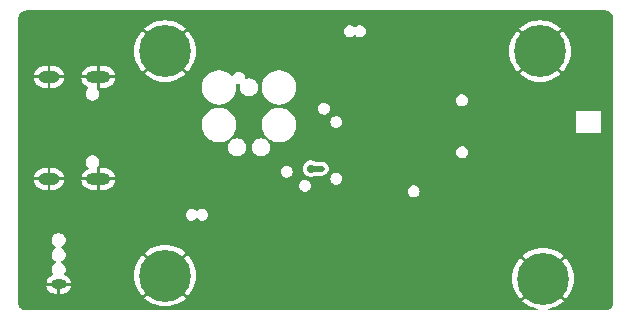
<source format=gbr>
%TF.GenerationSoftware,KiCad,Pcbnew,8.0.2*%
%TF.CreationDate,2024-11-05T19:48:56-03:00*%
%TF.ProjectId,BluetoothBoardSTM32,426c7565-746f-46f7-9468-426f61726453,rev?*%
%TF.SameCoordinates,PX2e0e41fPY5a51da2*%
%TF.FileFunction,Copper,L3,Inr*%
%TF.FilePolarity,Positive*%
%FSLAX46Y46*%
G04 Gerber Fmt 4.6, Leading zero omitted, Abs format (unit mm)*
G04 Created by KiCad (PCBNEW 8.0.2) date 2024-11-05 19:48:56*
%MOMM*%
%LPD*%
G01*
G04 APERTURE LIST*
%TA.AperFunction,ComponentPad*%
%ADD10C,4.400000*%
%TD*%
%TA.AperFunction,ComponentPad*%
%ADD11O,1.300000X0.800000*%
%TD*%
%TA.AperFunction,ComponentPad*%
%ADD12O,2.100000X1.000000*%
%TD*%
%TA.AperFunction,ComponentPad*%
%ADD13O,1.800000X1.000000*%
%TD*%
%TA.AperFunction,ViaPad*%
%ADD14C,0.900000*%
%TD*%
%TA.AperFunction,ViaPad*%
%ADD15C,0.700000*%
%TD*%
%TA.AperFunction,Conductor*%
%ADD16C,0.500000*%
%TD*%
G04 APERTURE END LIST*
D10*
%TO.N,GND*%
%TO.C,H2*%
X12457105Y2957106D03*
%TD*%
%TO.N,GND*%
%TO.C,H3*%
X44207105Y21957106D03*
%TD*%
%TO.N,GND*%
%TO.C,H4*%
X44457105Y2707106D03*
%TD*%
D11*
%TO.N,GND*%
%TO.C,J2*%
X3457105Y2207106D03*
%TD*%
D12*
%TO.N,GND*%
%TO.C,J4*%
X6812105Y19777106D03*
D13*
X2632105Y19777106D03*
D12*
X6812105Y11137106D03*
D13*
X2632105Y11137106D03*
%TD*%
D10*
%TO.N,GND*%
%TO.C,H1*%
X12457105Y21957106D03*
%TD*%
D14*
%TO.N,GND*%
X41707105Y24707106D03*
D15*
X47307105Y18707106D03*
X8807105Y12207106D03*
X25207105Y7077106D03*
X22007105Y5127106D03*
D14*
X43707105Y10707106D03*
D15*
X30457105Y13507106D03*
D14*
X707105Y18707106D03*
X49707105Y7707106D03*
D15*
X47107105Y13207106D03*
X9457105Y16557106D03*
X33957105Y14707106D03*
X39957105Y11477106D03*
D14*
X15707105Y707106D03*
D15*
X3137105Y21707106D03*
D14*
X707105Y21707106D03*
D15*
X48407105Y18707106D03*
D14*
X6707105Y21707106D03*
D15*
X48307105Y13207106D03*
D14*
X49707105Y4707106D03*
X38707105Y24707106D03*
X707105Y15707106D03*
D15*
X37492105Y16807106D03*
D14*
X18707105Y707106D03*
X43707105Y7707106D03*
X707105Y1707106D03*
D15*
X24307105Y9407106D03*
X32957105Y16207106D03*
D14*
X3707105Y15707106D03*
X39707105Y707106D03*
X35707105Y24707106D03*
D15*
X10407105Y13507106D03*
D14*
X9707105Y24707106D03*
D15*
X33957105Y12707106D03*
D14*
X39706870Y3672702D03*
D15*
X31007105Y8907106D03*
X34057105Y19407106D03*
D14*
X46707105Y7707106D03*
D15*
X26957105Y13707106D03*
D14*
X30707105Y707106D03*
D15*
X27007105Y20707106D03*
D14*
X707105Y8707106D03*
X6707105Y24707106D03*
D15*
X29457105Y14707106D03*
X8807105Y18607106D03*
D14*
X20707105Y10007106D03*
X707105Y4707106D03*
D15*
X25757105Y22957106D03*
X36007105Y19992106D03*
D14*
X3707105Y24707106D03*
X32707105Y24707106D03*
X24707105Y707106D03*
X15707105Y24707106D03*
D15*
X17407105Y13907106D03*
D14*
X33707105Y707106D03*
D15*
X25757105Y21957106D03*
X41727105Y14957106D03*
X14707105Y11807106D03*
X24907105Y18507106D03*
X33957105Y16957106D03*
X27222105Y9707106D03*
X38727105Y14957106D03*
D14*
X707105Y12707106D03*
D15*
X32957105Y13457106D03*
X3237105Y9007106D03*
X20807105Y5167106D03*
D14*
X7707105Y707106D03*
D15*
X33707105Y7622106D03*
D14*
X24707105Y24707106D03*
D15*
X25707105Y13707106D03*
X29457105Y16957106D03*
X31707105Y16957106D03*
X49507105Y18707106D03*
X10407105Y12607106D03*
X39307105Y21007106D03*
D14*
X3707105Y12707106D03*
X46707105Y10707106D03*
D15*
X49507105Y13207106D03*
X15607105Y11807106D03*
D14*
X18707105Y24707106D03*
X49707105Y10707106D03*
X36707105Y707106D03*
D15*
X27107105Y19707106D03*
X30457105Y16207106D03*
D14*
X36707105Y3707106D03*
X27707105Y707106D03*
X39707105Y6707106D03*
D15*
X29457105Y12707106D03*
D14*
X21707105Y24707106D03*
D15*
X36457105Y13437106D03*
X43307105Y16907106D03*
X33057105Y19407106D03*
X24307105Y8507106D03*
X31707105Y12457106D03*
D14*
X21707105Y707106D03*
D15*
X43307105Y15007106D03*
%TO.N,+3.3V*%
X24807105Y12007106D03*
%TD*%
D16*
%TO.N,+3.3V*%
X24807105Y12007106D02*
X25707105Y12007106D01*
%TD*%
%TA.AperFunction,Conductor*%
%TO.N,GND*%
G36*
X49710719Y25406250D02*
G01*
X49836322Y25393879D01*
X49850540Y25391051D01*
X49967822Y25355475D01*
X49981217Y25349926D01*
X50089298Y25292155D01*
X50101359Y25284096D01*
X50196091Y25206351D01*
X50206349Y25196093D01*
X50284094Y25101361D01*
X50292153Y25089300D01*
X50349922Y24981223D01*
X50355474Y24967820D01*
X50391048Y24850547D01*
X50393878Y24836320D01*
X50406249Y24710722D01*
X50406605Y24703468D01*
X50406605Y710745D01*
X50406249Y703491D01*
X50393878Y577893D01*
X50391048Y563666D01*
X50355474Y446393D01*
X50349922Y432990D01*
X50292153Y324913D01*
X50284094Y312852D01*
X50206349Y218120D01*
X50196091Y207862D01*
X50101359Y130117D01*
X50089298Y122058D01*
X49981221Y64289D01*
X49967818Y58737D01*
X49850545Y23163D01*
X49836318Y20333D01*
X49726523Y9519D01*
X49710718Y7962D01*
X49703466Y7606D01*
X44964751Y7606D01*
X44912425Y29280D01*
X44890751Y81606D01*
X44912425Y133932D01*
X44951412Y154394D01*
X45080468Y178045D01*
X45380761Y271621D01*
X45667588Y400711D01*
X45667597Y400716D01*
X45936773Y563438D01*
X46184375Y757422D01*
X46207194Y780240D01*
X45142230Y1845204D01*
X45173707Y1868073D01*
X45296138Y1990504D01*
X45319007Y2021981D01*
X46383971Y957017D01*
X46406789Y979836D01*
X46600773Y1227438D01*
X46763495Y1496614D01*
X46763500Y1496623D01*
X46892590Y1783450D01*
X46986166Y2083743D01*
X47042865Y2393140D01*
X47061856Y2707106D01*
X47042865Y3021073D01*
X46986166Y3330470D01*
X46892590Y3630763D01*
X46763500Y3917590D01*
X46763495Y3917599D01*
X46600773Y4186775D01*
X46406789Y4434377D01*
X46383971Y4457195D01*
X45319007Y3392232D01*
X45296138Y3423708D01*
X45173707Y3546139D01*
X45142230Y3569009D01*
X46207194Y4633972D01*
X46184375Y4656791D01*
X45936773Y4850775D01*
X45667597Y5013497D01*
X45667588Y5013502D01*
X45380761Y5142592D01*
X45080468Y5236168D01*
X44771071Y5292867D01*
X44457105Y5311858D01*
X44143138Y5292867D01*
X43833741Y5236168D01*
X43533448Y5142592D01*
X43246621Y5013502D01*
X43246612Y5013497D01*
X42977436Y4850775D01*
X42729834Y4656791D01*
X42707016Y4633972D01*
X43771979Y3569009D01*
X43740503Y3546139D01*
X43618072Y3423708D01*
X43595202Y3392232D01*
X42530239Y4457195D01*
X42507420Y4434377D01*
X42313436Y4186775D01*
X42150714Y3917599D01*
X42150709Y3917590D01*
X42021619Y3630763D01*
X41928043Y3330470D01*
X41871344Y3021073D01*
X41852353Y2707106D01*
X41871344Y2393140D01*
X41928043Y2083743D01*
X42021619Y1783450D01*
X42150709Y1496623D01*
X42150714Y1496614D01*
X42313436Y1227438D01*
X42507420Y979836D01*
X42530239Y957017D01*
X43595202Y2021981D01*
X43618072Y1990504D01*
X43740503Y1868073D01*
X43771979Y1845204D01*
X42707016Y780240D01*
X42729834Y757422D01*
X42977436Y563438D01*
X43246612Y400716D01*
X43246621Y400711D01*
X43533448Y271621D01*
X43833741Y178045D01*
X43962798Y154394D01*
X44010360Y123643D01*
X44022247Y68267D01*
X43991496Y20705D01*
X43949459Y7606D01*
X760671Y7606D01*
X760659Y7607D01*
X754700Y7607D01*
X710744Y7607D01*
X703491Y7963D01*
X682441Y10037D01*
X577892Y20334D01*
X563665Y23164D01*
X446391Y58738D01*
X432988Y64290D01*
X324911Y122059D01*
X312850Y130118D01*
X218119Y207862D01*
X207861Y218120D01*
X130116Y312852D01*
X122057Y324913D01*
X81539Y400716D01*
X64286Y432994D01*
X58736Y446393D01*
X23161Y563671D01*
X20333Y577889D01*
X7963Y703481D01*
X7607Y710734D01*
X7607Y759842D01*
X7605Y759872D01*
X7605Y2332107D01*
X2416295Y2332107D01*
X2416296Y2332106D01*
X3238283Y2332106D01*
X3207105Y2256834D01*
X3207105Y2157378D01*
X3238283Y2082106D01*
X2416295Y2082106D01*
X2437846Y1973762D01*
X2437848Y1973755D01*
X2498152Y1828168D01*
X2585703Y1697137D01*
X2697135Y1585705D01*
X2828166Y1498154D01*
X2973753Y1437850D01*
X2973760Y1437848D01*
X3128313Y1407106D01*
X3332105Y1407106D01*
X3332105Y1988285D01*
X3407377Y1957106D01*
X3506833Y1957106D01*
X3582105Y1988285D01*
X3582105Y1407106D01*
X3785897Y1407106D01*
X3940449Y1437848D01*
X3940456Y1437850D01*
X4086043Y1498154D01*
X4217074Y1585705D01*
X4217076Y1585706D01*
X4328505Y1697135D01*
X4328506Y1697137D01*
X4416057Y1828168D01*
X4476361Y1973755D01*
X4476363Y1973762D01*
X4497914Y2082106D01*
X3675927Y2082106D01*
X3707105Y2157378D01*
X3707105Y2256834D01*
X3675927Y2332106D01*
X4497914Y2332106D01*
X4497914Y2332107D01*
X4476363Y2440451D01*
X4476361Y2440458D01*
X4416057Y2586045D01*
X4328506Y2717076D01*
X4217074Y2828508D01*
X4086043Y2916059D01*
X3986946Y2957106D01*
X9852353Y2957106D01*
X9871344Y2643140D01*
X9928043Y2333743D01*
X10021619Y2033450D01*
X10150709Y1746623D01*
X10150714Y1746614D01*
X10313436Y1477438D01*
X10507420Y1229836D01*
X10530239Y1207017D01*
X11595202Y2271981D01*
X11618072Y2240504D01*
X11740503Y2118073D01*
X11771979Y2095204D01*
X10707016Y1030240D01*
X10729834Y1007422D01*
X10977436Y813438D01*
X11246612Y650716D01*
X11246621Y650711D01*
X11533448Y521621D01*
X11833741Y428045D01*
X12143138Y371346D01*
X12457105Y352355D01*
X12771071Y371346D01*
X13080468Y428045D01*
X13380761Y521621D01*
X13667588Y650711D01*
X13667597Y650716D01*
X13936773Y813438D01*
X14184375Y1007422D01*
X14207194Y1030240D01*
X13142230Y2095204D01*
X13173707Y2118073D01*
X13296138Y2240504D01*
X13319007Y2271981D01*
X14383971Y1207017D01*
X14406789Y1229836D01*
X14600773Y1477438D01*
X14763495Y1746614D01*
X14763500Y1746623D01*
X14892590Y2033450D01*
X14986166Y2333743D01*
X15042865Y2643140D01*
X15061856Y2957106D01*
X15042865Y3271073D01*
X14986166Y3580470D01*
X14892590Y3880763D01*
X14763500Y4167590D01*
X14763495Y4167599D01*
X14600773Y4436775D01*
X14406789Y4684377D01*
X14383971Y4707195D01*
X13319007Y3642232D01*
X13296138Y3673708D01*
X13173707Y3796139D01*
X13142230Y3819009D01*
X14207194Y4883972D01*
X14184375Y4906791D01*
X13936773Y5100775D01*
X13667597Y5263497D01*
X13667588Y5263502D01*
X13380761Y5392592D01*
X13080468Y5486168D01*
X12771071Y5542867D01*
X12457105Y5561858D01*
X12143138Y5542867D01*
X11833741Y5486168D01*
X11533448Y5392592D01*
X11246621Y5263502D01*
X11246612Y5263497D01*
X10977436Y5100775D01*
X10729834Y4906791D01*
X10707016Y4883972D01*
X11771979Y3819009D01*
X11740503Y3796139D01*
X11618072Y3673708D01*
X11595202Y3642232D01*
X10530239Y4707195D01*
X10507420Y4684377D01*
X10313436Y4436775D01*
X10150714Y4167599D01*
X10150709Y4167590D01*
X10021619Y3880763D01*
X9928043Y3580470D01*
X9871344Y3271073D01*
X9852353Y2957106D01*
X3986946Y2957106D01*
X3961556Y2967623D01*
X3921508Y3007672D01*
X3921508Y3064309D01*
X3934910Y3084364D01*
X3934674Y3084545D01*
X3937447Y3088159D01*
X3937554Y3088320D01*
X3937625Y3088390D01*
X4016682Y3225322D01*
X4057604Y3378047D01*
X4057605Y3378047D01*
X4057605Y3536165D01*
X4057604Y3536166D01*
X4027662Y3647910D01*
X4016682Y3688890D01*
X3937625Y3825822D01*
X3825821Y3937626D01*
X3688889Y4016683D01*
X3688886Y4016684D01*
X3686572Y4018020D01*
X3652094Y4062953D01*
X3659486Y4119106D01*
X3686572Y4146192D01*
X3688886Y4147529D01*
X3688889Y4147529D01*
X3825821Y4226586D01*
X3937625Y4338390D01*
X4016682Y4475322D01*
X4057604Y4628047D01*
X4057605Y4628047D01*
X4057605Y4786165D01*
X4057604Y4786166D01*
X4016683Y4938886D01*
X4016682Y4938890D01*
X3937625Y5075822D01*
X3825821Y5187626D01*
X3688889Y5266683D01*
X3688886Y5266684D01*
X3686572Y5268020D01*
X3652094Y5312953D01*
X3659486Y5369106D01*
X3686572Y5396192D01*
X3688886Y5397529D01*
X3688889Y5397529D01*
X3825821Y5476586D01*
X3937625Y5588390D01*
X4016682Y5725322D01*
X4057604Y5878047D01*
X4057605Y5878047D01*
X4057605Y6036165D01*
X4057604Y6036166D01*
X4016683Y6188886D01*
X4016682Y6188890D01*
X3937625Y6325822D01*
X3825821Y6437626D01*
X3688889Y6516683D01*
X3688886Y6516684D01*
X3688884Y6516685D01*
X3536164Y6557606D01*
X3536162Y6557606D01*
X3378048Y6557606D01*
X3378046Y6557606D01*
X3225325Y6516685D01*
X3225319Y6516682D01*
X3088388Y6437626D01*
X2976585Y6325823D01*
X2897529Y6188892D01*
X2897526Y6188886D01*
X2856605Y6036166D01*
X2856605Y5878047D01*
X2897526Y5725327D01*
X2897527Y5725325D01*
X2897528Y5725322D01*
X2976585Y5588390D01*
X3088389Y5476586D01*
X3225321Y5397529D01*
X3227637Y5396192D01*
X3262115Y5351259D01*
X3254723Y5295106D01*
X3227637Y5268020D01*
X3088388Y5187626D01*
X2976585Y5075823D01*
X2897529Y4938892D01*
X2897526Y4938886D01*
X2856605Y4786166D01*
X2856605Y4628047D01*
X2897526Y4475327D01*
X2897527Y4475325D01*
X2897528Y4475322D01*
X2976585Y4338390D01*
X3088389Y4226586D01*
X3190574Y4167590D01*
X3227637Y4146192D01*
X3262115Y4101259D01*
X3254723Y4045106D01*
X3227637Y4018020D01*
X3088388Y3937626D01*
X2976585Y3825823D01*
X2897529Y3688892D01*
X2897526Y3688886D01*
X2856605Y3536166D01*
X2856605Y3378047D01*
X2897526Y3225327D01*
X2897527Y3225325D01*
X2897528Y3225322D01*
X2950320Y3133883D01*
X2976585Y3088390D01*
X2976659Y3088316D01*
X2976679Y3088267D01*
X2979538Y3084541D01*
X2978539Y3083776D01*
X2998333Y3035990D01*
X2976659Y2983664D01*
X2952652Y2967623D01*
X2828166Y2916059D01*
X2697135Y2828508D01*
X2697134Y2828506D01*
X2585705Y2717077D01*
X2585703Y2717076D01*
X2498152Y2586045D01*
X2437848Y2440458D01*
X2437846Y2440451D01*
X2416295Y2332107D01*
X7605Y2332107D01*
X7605Y8107106D01*
X14201458Y8107106D01*
X14221939Y7964652D01*
X14281728Y7833733D01*
X14375973Y7724967D01*
X14375974Y7724966D01*
X14375977Y7724963D01*
X14497052Y7647153D01*
X14603508Y7615895D01*
X14635140Y7606607D01*
X14635142Y7606606D01*
X14635144Y7606606D01*
X14779068Y7606606D01*
X14779069Y7606607D01*
X14917158Y7647153D01*
X15038233Y7724963D01*
X15101180Y7797609D01*
X15151826Y7822959D01*
X15205565Y7805074D01*
X15213025Y7797614D01*
X15275977Y7724963D01*
X15397052Y7647153D01*
X15503508Y7615895D01*
X15535140Y7606607D01*
X15535142Y7606606D01*
X15535144Y7606606D01*
X15679068Y7606606D01*
X15679069Y7606607D01*
X15817158Y7647153D01*
X15938233Y7724963D01*
X16032482Y7833733D01*
X16092270Y7964649D01*
X16112752Y8107106D01*
X16092270Y8249563D01*
X16032482Y8380479D01*
X15938233Y8489249D01*
X15881287Y8525846D01*
X15817159Y8567059D01*
X15817155Y8567060D01*
X15679069Y8607606D01*
X15679066Y8607606D01*
X15535144Y8607606D01*
X15535141Y8607606D01*
X15397054Y8567060D01*
X15397050Y8567059D01*
X15275980Y8489251D01*
X15275977Y8489249D01*
X15213029Y8416604D01*
X15162384Y8391253D01*
X15108645Y8409138D01*
X15101184Y8416599D01*
X15038233Y8489249D01*
X14981287Y8525846D01*
X14917159Y8567059D01*
X14917155Y8567060D01*
X14779069Y8607606D01*
X14779066Y8607606D01*
X14635144Y8607606D01*
X14635141Y8607606D01*
X14497054Y8567060D01*
X14497050Y8567059D01*
X14375980Y8489251D01*
X14375973Y8489246D01*
X14281728Y8380480D01*
X14221939Y8249561D01*
X14201458Y8107106D01*
X7605Y8107106D01*
X7605Y11262107D01*
X1339336Y11262107D01*
X1339337Y11262106D01*
X1957863Y11262106D01*
X1952549Y11252902D01*
X1932105Y11176602D01*
X1932105Y11097610D01*
X1952549Y11021310D01*
X1957863Y11012106D01*
X1339336Y11012106D01*
X1366689Y10874593D01*
X1366692Y10874582D01*
X1434532Y10710801D01*
X1533028Y10563390D01*
X1658388Y10438030D01*
X1805800Y10339534D01*
X1805799Y10339534D01*
X1969580Y10271694D01*
X1969591Y10271691D01*
X2143464Y10237106D01*
X2507105Y10237106D01*
X2507105Y10837106D01*
X2757105Y10837106D01*
X2757105Y10237106D01*
X3120746Y10237106D01*
X3294618Y10271691D01*
X3294629Y10271694D01*
X3458410Y10339534D01*
X3605821Y10438030D01*
X3605823Y10438031D01*
X3731180Y10563388D01*
X3731181Y10563390D01*
X3829677Y10710801D01*
X3897517Y10874582D01*
X3897520Y10874593D01*
X3924873Y11012106D01*
X3306347Y11012106D01*
X3311661Y11021310D01*
X3332105Y11097610D01*
X3332105Y11176602D01*
X3311661Y11252902D01*
X3306347Y11262106D01*
X3924873Y11262106D01*
X3924873Y11262107D01*
X5369336Y11262107D01*
X5369337Y11262106D01*
X5987863Y11262106D01*
X5982549Y11252902D01*
X5962105Y11176602D01*
X5962105Y11097610D01*
X5982549Y11021310D01*
X5987863Y11012106D01*
X5369336Y11012106D01*
X5396689Y10874593D01*
X5396692Y10874582D01*
X5464532Y10710801D01*
X5563028Y10563390D01*
X5688388Y10438030D01*
X5835800Y10339534D01*
X5835799Y10339534D01*
X5999580Y10271694D01*
X5999591Y10271691D01*
X6173464Y10237106D01*
X6687105Y10237106D01*
X6687105Y10837106D01*
X6937105Y10837106D01*
X6937105Y10237106D01*
X7450746Y10237106D01*
X7624618Y10271691D01*
X7624629Y10271694D01*
X7788410Y10339534D01*
X7935821Y10438030D01*
X7935823Y10438031D01*
X8054898Y10557106D01*
X23801458Y10557106D01*
X23821939Y10414652D01*
X23821939Y10414651D01*
X23821940Y10414649D01*
X23856244Y10339534D01*
X23881728Y10283733D01*
X23975973Y10174967D01*
X23975974Y10174966D01*
X23975977Y10174963D01*
X24097052Y10097153D01*
X24203508Y10065895D01*
X24235140Y10056607D01*
X24235142Y10056606D01*
X24235144Y10056606D01*
X24379068Y10056606D01*
X24379069Y10056607D01*
X24465912Y10082106D01*
X33001458Y10082106D01*
X33021939Y9939652D01*
X33081728Y9808733D01*
X33175973Y9699967D01*
X33175974Y9699966D01*
X33175977Y9699963D01*
X33297052Y9622153D01*
X33403508Y9590895D01*
X33435140Y9581607D01*
X33435142Y9581606D01*
X33435144Y9581606D01*
X33579068Y9581606D01*
X33579069Y9581607D01*
X33717158Y9622153D01*
X33838233Y9699963D01*
X33932482Y9808733D01*
X33992270Y9939649D01*
X34012752Y10082106D01*
X33992270Y10224563D01*
X33932482Y10355479D01*
X33838233Y10464249D01*
X33781287Y10500846D01*
X33717159Y10542059D01*
X33717155Y10542060D01*
X33579069Y10582606D01*
X33579066Y10582606D01*
X33435144Y10582606D01*
X33435141Y10582606D01*
X33297054Y10542060D01*
X33297050Y10542059D01*
X33175980Y10464251D01*
X33175973Y10464246D01*
X33081728Y10355480D01*
X33021939Y10224561D01*
X33001458Y10082106D01*
X24465912Y10082106D01*
X24517158Y10097153D01*
X24638233Y10174963D01*
X24732482Y10283733D01*
X24792270Y10414649D01*
X24812752Y10557106D01*
X24792270Y10699563D01*
X24732482Y10830479D01*
X24638233Y10939249D01*
X24581287Y10975846D01*
X24517159Y11017059D01*
X24517155Y11017060D01*
X24379069Y11057606D01*
X24379066Y11057606D01*
X24235144Y11057606D01*
X24235141Y11057606D01*
X24097054Y11017060D01*
X24097050Y11017059D01*
X23975980Y10939251D01*
X23975973Y10939246D01*
X23881728Y10830480D01*
X23821939Y10699561D01*
X23801458Y10557106D01*
X8054898Y10557106D01*
X8061180Y10563388D01*
X8061181Y10563390D01*
X8159677Y10710801D01*
X8227517Y10874582D01*
X8227520Y10874593D01*
X8254873Y11012106D01*
X7636347Y11012106D01*
X7641661Y11021310D01*
X7662105Y11097610D01*
X7662105Y11157106D01*
X26451458Y11157106D01*
X26471939Y11014652D01*
X26471939Y11014651D01*
X26471940Y11014649D01*
X26506376Y10939246D01*
X26531728Y10883733D01*
X26625973Y10774967D01*
X26625974Y10774966D01*
X26625977Y10774963D01*
X26747052Y10697153D01*
X26853508Y10665895D01*
X26885140Y10656607D01*
X26885142Y10656606D01*
X26885144Y10656606D01*
X27029068Y10656606D01*
X27029069Y10656607D01*
X27167158Y10697153D01*
X27288233Y10774963D01*
X27382482Y10883733D01*
X27442270Y11014649D01*
X27462752Y11157106D01*
X27442270Y11299563D01*
X27382482Y11430479D01*
X27336338Y11483733D01*
X27288236Y11539246D01*
X27288234Y11539247D01*
X27288233Y11539249D01*
X27231287Y11575846D01*
X27167159Y11617059D01*
X27167155Y11617060D01*
X27029069Y11657606D01*
X27029066Y11657606D01*
X26885144Y11657606D01*
X26885141Y11657606D01*
X26747054Y11617060D01*
X26747050Y11617059D01*
X26625980Y11539251D01*
X26625973Y11539246D01*
X26531728Y11430480D01*
X26471939Y11299561D01*
X26451458Y11157106D01*
X7662105Y11157106D01*
X7662105Y11176602D01*
X7641661Y11252902D01*
X7636347Y11262106D01*
X8254873Y11262106D01*
X8254873Y11262107D01*
X8227520Y11399620D01*
X8227517Y11399631D01*
X8159677Y11563412D01*
X8061181Y11710823D01*
X8014898Y11757106D01*
X22251458Y11757106D01*
X22271939Y11614652D01*
X22271939Y11614651D01*
X22271940Y11614649D01*
X22331728Y11483733D01*
X22425973Y11374967D01*
X22425974Y11374966D01*
X22425977Y11374963D01*
X22547052Y11297153D01*
X22653508Y11265895D01*
X22685140Y11256607D01*
X22685142Y11256606D01*
X22685144Y11256606D01*
X22829068Y11256606D01*
X22829069Y11256607D01*
X22847797Y11262106D01*
X22967158Y11297153D01*
X23088233Y11374963D01*
X23182482Y11483733D01*
X23242270Y11614649D01*
X23262752Y11757106D01*
X23242270Y11899563D01*
X23193154Y12007110D01*
X24101460Y12007110D01*
X24101460Y12007103D01*
X24121964Y11838235D01*
X24182286Y11679177D01*
X24278921Y11539178D01*
X24394136Y11437106D01*
X24406253Y11426372D01*
X24556880Y11347316D01*
X24722049Y11306606D01*
X24722053Y11306606D01*
X24892157Y11306606D01*
X24892161Y11306606D01*
X25057330Y11347316D01*
X25154147Y11398131D01*
X25188536Y11406606D01*
X25786164Y11406606D01*
X25786164Y11406607D01*
X25938889Y11447529D01*
X26075821Y11526586D01*
X26187625Y11638390D01*
X26266682Y11775322D01*
X26307604Y11928047D01*
X26307605Y11928047D01*
X26307605Y12086165D01*
X26307604Y12086166D01*
X26272531Y12217059D01*
X26266682Y12238890D01*
X26187625Y12375822D01*
X26075821Y12487626D01*
X25938889Y12566683D01*
X25938886Y12566684D01*
X25938884Y12566685D01*
X25786164Y12607606D01*
X25786162Y12607606D01*
X25188536Y12607606D01*
X25154147Y12616082D01*
X25057330Y12666896D01*
X24932872Y12697572D01*
X24892162Y12707606D01*
X24892161Y12707606D01*
X24722049Y12707606D01*
X24722046Y12707606D01*
X24556882Y12666897D01*
X24406251Y12587839D01*
X24406248Y12587837D01*
X24278921Y12475035D01*
X24182286Y12335036D01*
X24121964Y12175978D01*
X24101460Y12007110D01*
X23193154Y12007110D01*
X23182482Y12030479D01*
X23088233Y12139249D01*
X23031081Y12175978D01*
X22967159Y12217059D01*
X22967155Y12217060D01*
X22829069Y12257606D01*
X22829066Y12257606D01*
X22685144Y12257606D01*
X22685141Y12257606D01*
X22547054Y12217060D01*
X22547050Y12217059D01*
X22425980Y12139251D01*
X22425973Y12139246D01*
X22331728Y12030480D01*
X22271939Y11899561D01*
X22251458Y11757106D01*
X8014898Y11757106D01*
X7935821Y11836183D01*
X7788409Y11934679D01*
X7788410Y11934679D01*
X7624629Y12002519D01*
X7624618Y12002522D01*
X7450746Y12037106D01*
X6937105Y12037106D01*
X6937105Y11437106D01*
X6687105Y11437106D01*
X6687105Y12056674D01*
X6679267Y12075596D01*
X6700940Y12127921D01*
X6780621Y12207601D01*
X6857704Y12341112D01*
X6897604Y12490021D01*
X6897605Y12490021D01*
X6897605Y12644191D01*
X6897604Y12644192D01*
X6891520Y12666896D01*
X6857704Y12793100D01*
X6792171Y12906606D01*
X6780623Y12926608D01*
X6780622Y12926609D01*
X6780621Y12926611D01*
X6671610Y13035622D01*
X6671607Y13035624D01*
X6671606Y13035625D01*
X6538100Y13112705D01*
X6538095Y13112707D01*
X6389190Y13152606D01*
X6389188Y13152606D01*
X6235022Y13152606D01*
X6235020Y13152606D01*
X6086114Y13112707D01*
X6086109Y13112705D01*
X5952603Y13035625D01*
X5843586Y12926608D01*
X5766506Y12793102D01*
X5766504Y12793097D01*
X5726605Y12644192D01*
X5726605Y12490021D01*
X5766504Y12341116D01*
X5766506Y12341111D01*
X5843586Y12207605D01*
X5843587Y12207604D01*
X5843589Y12207601D01*
X5952600Y12098590D01*
X5952602Y12098589D01*
X5955982Y12095209D01*
X5977656Y12042883D01*
X5955982Y11990557D01*
X5931975Y11974516D01*
X5835798Y11934678D01*
X5688388Y11836183D01*
X5688387Y11836181D01*
X5563030Y11710824D01*
X5563028Y11710823D01*
X5464532Y11563412D01*
X5396692Y11399631D01*
X5396689Y11399620D01*
X5369336Y11262107D01*
X3924873Y11262107D01*
X3897520Y11399620D01*
X3897517Y11399631D01*
X3829677Y11563412D01*
X3731181Y11710823D01*
X3605821Y11836183D01*
X3458409Y11934679D01*
X3458410Y11934679D01*
X3294629Y12002519D01*
X3294618Y12002522D01*
X3120746Y12037106D01*
X2757105Y12037106D01*
X2757105Y11437106D01*
X2507105Y11437106D01*
X2507105Y12037106D01*
X2143464Y12037106D01*
X1969591Y12002522D01*
X1969580Y12002519D01*
X1805799Y11934679D01*
X1658388Y11836183D01*
X1658387Y11836181D01*
X1533030Y11710824D01*
X1533028Y11710823D01*
X1434532Y11563412D01*
X1366692Y11399631D01*
X1366689Y11399620D01*
X1339336Y11262107D01*
X7605Y11262107D01*
X7605Y13881546D01*
X17795305Y13881546D01*
X17795305Y13732667D01*
X17824348Y13586654D01*
X17824350Y13586647D01*
X17881323Y13449101D01*
X17964034Y13325316D01*
X17964037Y13325312D01*
X18069311Y13220038D01*
X18193099Y13137325D01*
X18330646Y13080351D01*
X18476665Y13051306D01*
X18476666Y13051306D01*
X18625544Y13051306D01*
X18625545Y13051306D01*
X18771564Y13080351D01*
X18909111Y13137325D01*
X19032899Y13220038D01*
X19138173Y13325312D01*
X19220886Y13449100D01*
X19277860Y13586647D01*
X19306905Y13732666D01*
X19306905Y13881546D01*
X19827305Y13881546D01*
X19827305Y13732667D01*
X19856348Y13586654D01*
X19856350Y13586647D01*
X19913323Y13449101D01*
X19996034Y13325316D01*
X19996037Y13325312D01*
X20101311Y13220038D01*
X20225099Y13137325D01*
X20362646Y13080351D01*
X20508665Y13051306D01*
X20508666Y13051306D01*
X20657544Y13051306D01*
X20657545Y13051306D01*
X20803564Y13080351D01*
X20941111Y13137325D01*
X21064899Y13220038D01*
X21170173Y13325312D01*
X21224826Y13407106D01*
X37101458Y13407106D01*
X37121939Y13264652D01*
X37121939Y13264651D01*
X37121940Y13264649D01*
X37173109Y13152606D01*
X37181728Y13133733D01*
X37275973Y13024967D01*
X37275974Y13024966D01*
X37275977Y13024963D01*
X37397052Y12947153D01*
X37467023Y12926608D01*
X37535140Y12906607D01*
X37535142Y12906606D01*
X37535144Y12906606D01*
X37679068Y12906606D01*
X37679069Y12906607D01*
X37817158Y12947153D01*
X37938233Y13024963D01*
X38032482Y13133733D01*
X38092270Y13264649D01*
X38112752Y13407106D01*
X38092270Y13549563D01*
X38032482Y13680479D01*
X37938233Y13789249D01*
X37881287Y13825846D01*
X37817159Y13867059D01*
X37817155Y13867060D01*
X37679069Y13907606D01*
X37679066Y13907606D01*
X37535144Y13907606D01*
X37535141Y13907606D01*
X37397054Y13867060D01*
X37397050Y13867059D01*
X37275980Y13789251D01*
X37275973Y13789246D01*
X37181728Y13680480D01*
X37121939Y13549561D01*
X37101458Y13407106D01*
X21224826Y13407106D01*
X21252886Y13449100D01*
X21309860Y13586647D01*
X21338905Y13732666D01*
X21338905Y13881546D01*
X21309860Y14027565D01*
X21252886Y14165112D01*
X21170173Y14288900D01*
X21064899Y14394174D01*
X21064895Y14394177D01*
X20941110Y14476888D01*
X20803564Y14533861D01*
X20803557Y14533863D01*
X20693555Y14555744D01*
X20657545Y14562906D01*
X20508665Y14562906D01*
X20479779Y14557161D01*
X20362652Y14533863D01*
X20362645Y14533861D01*
X20225099Y14476888D01*
X20101314Y14394177D01*
X19996034Y14288897D01*
X19913323Y14165112D01*
X19856350Y14027566D01*
X19856348Y14027559D01*
X19827305Y13881546D01*
X19306905Y13881546D01*
X19277860Y14027565D01*
X19220886Y14165112D01*
X19138173Y14288900D01*
X19032899Y14394174D01*
X19032895Y14394177D01*
X18909110Y14476888D01*
X18771564Y14533861D01*
X18771557Y14533863D01*
X18661555Y14555744D01*
X18625545Y14562906D01*
X18476665Y14562906D01*
X18447779Y14557161D01*
X18330652Y14533863D01*
X18330645Y14533861D01*
X18193099Y14476888D01*
X18069314Y14394177D01*
X17964034Y14288897D01*
X17881323Y14165112D01*
X17824350Y14027566D01*
X17824348Y14027559D01*
X17795305Y13881546D01*
X7605Y13881546D01*
X7605Y15826064D01*
X15579155Y15826064D01*
X15579155Y15598149D01*
X15614808Y15373047D01*
X15614811Y15373034D01*
X15685235Y15156289D01*
X15685237Y15156285D01*
X15761248Y15007106D01*
X15788707Y14953215D01*
X15922671Y14768830D01*
X16083829Y14607672D01*
X16268214Y14473708D01*
X16424302Y14394177D01*
X16471283Y14370239D01*
X16471287Y14370237D01*
X16688032Y14299813D01*
X16688038Y14299812D01*
X16688043Y14299810D01*
X16756925Y14288900D01*
X16913147Y14264156D01*
X16913149Y14264156D01*
X17141063Y14264156D01*
X17231103Y14278418D01*
X17366167Y14299810D01*
X17366174Y14299813D01*
X17366177Y14299813D01*
X17582922Y14370237D01*
X17582922Y14370238D01*
X17582925Y14370238D01*
X17785996Y14473708D01*
X17970381Y14607672D01*
X18131539Y14768830D01*
X18265503Y14953215D01*
X18368973Y15156286D01*
X18439401Y15373044D01*
X18471382Y15574962D01*
X18475055Y15598149D01*
X18475055Y15826064D01*
X20659155Y15826064D01*
X20659155Y15598149D01*
X20694808Y15373047D01*
X20694811Y15373034D01*
X20765235Y15156289D01*
X20765237Y15156285D01*
X20841248Y15007106D01*
X20868707Y14953215D01*
X21002671Y14768830D01*
X21163829Y14607672D01*
X21348214Y14473708D01*
X21504302Y14394177D01*
X21551283Y14370239D01*
X21551287Y14370237D01*
X21768032Y14299813D01*
X21768038Y14299812D01*
X21768043Y14299810D01*
X21836925Y14288900D01*
X21993147Y14264156D01*
X21993149Y14264156D01*
X22221063Y14264156D01*
X22311103Y14278418D01*
X22446167Y14299810D01*
X22446174Y14299813D01*
X22446177Y14299813D01*
X22662922Y14370237D01*
X22662922Y14370238D01*
X22662925Y14370238D01*
X22865996Y14473708D01*
X23050381Y14607672D01*
X23211539Y14768830D01*
X23345503Y14953215D01*
X23372962Y15007106D01*
X47242105Y15007106D01*
X49332105Y15007106D01*
X49332105Y16907106D01*
X47242105Y16907106D01*
X47242105Y15007106D01*
X23372962Y15007106D01*
X23448973Y15156286D01*
X23519401Y15373044D01*
X23551382Y15574962D01*
X23555055Y15598149D01*
X23555055Y15826064D01*
X23534299Y15957106D01*
X26451458Y15957106D01*
X26471939Y15814652D01*
X26531728Y15683733D01*
X26625973Y15574967D01*
X26625974Y15574966D01*
X26625977Y15574963D01*
X26747052Y15497153D01*
X26853508Y15465895D01*
X26885140Y15456607D01*
X26885142Y15456606D01*
X26885144Y15456606D01*
X27029068Y15456606D01*
X27029069Y15456607D01*
X27167158Y15497153D01*
X27288233Y15574963D01*
X27382482Y15683733D01*
X27442270Y15814649D01*
X27462752Y15957106D01*
X27442270Y16099563D01*
X27382482Y16230479D01*
X27288233Y16339249D01*
X27231287Y16375846D01*
X27167159Y16417059D01*
X27167155Y16417060D01*
X27029069Y16457606D01*
X27029066Y16457606D01*
X26885144Y16457606D01*
X26885141Y16457606D01*
X26747054Y16417060D01*
X26747050Y16417059D01*
X26625980Y16339251D01*
X26625973Y16339246D01*
X26531728Y16230480D01*
X26471939Y16099561D01*
X26451458Y15957106D01*
X23534299Y15957106D01*
X23519401Y16051166D01*
X23519398Y16051179D01*
X23448974Y16267924D01*
X23448972Y16267928D01*
X23445372Y16274993D01*
X23345503Y16470997D01*
X23257874Y16591607D01*
X23211542Y16655378D01*
X23211541Y16655379D01*
X23211539Y16655382D01*
X23050381Y16816540D01*
X23050378Y16816543D01*
X23050376Y16816544D01*
X22865998Y16950503D01*
X22865992Y16950506D01*
X22662926Y17053974D01*
X22662922Y17053976D01*
X22545569Y17092106D01*
X25401458Y17092106D01*
X25421939Y16949652D01*
X25481728Y16818733D01*
X25575973Y16709967D01*
X25575974Y16709966D01*
X25575977Y16709963D01*
X25697052Y16632153D01*
X25803508Y16600895D01*
X25835140Y16591607D01*
X25835142Y16591606D01*
X25835144Y16591606D01*
X25979068Y16591606D01*
X25979069Y16591607D01*
X26117158Y16632153D01*
X26238233Y16709963D01*
X26332482Y16818733D01*
X26392270Y16949649D01*
X26412752Y17092106D01*
X26392270Y17234563D01*
X26332482Y17365479D01*
X26308919Y17392672D01*
X26238236Y17474246D01*
X26238234Y17474247D01*
X26238233Y17474249D01*
X26163153Y17522500D01*
X26117159Y17552059D01*
X26117155Y17552060D01*
X25979069Y17592606D01*
X25979066Y17592606D01*
X25835144Y17592606D01*
X25835141Y17592606D01*
X25697054Y17552060D01*
X25697050Y17552059D01*
X25575980Y17474251D01*
X25575973Y17474246D01*
X25481728Y17365480D01*
X25421939Y17234561D01*
X25401458Y17092106D01*
X22545569Y17092106D01*
X22446177Y17124400D01*
X22446164Y17124403D01*
X22221063Y17160056D01*
X22221061Y17160056D01*
X21993149Y17160056D01*
X21993147Y17160056D01*
X21768045Y17124403D01*
X21768032Y17124400D01*
X21551287Y17053976D01*
X21551283Y17053974D01*
X21348217Y16950506D01*
X21348211Y16950503D01*
X21163833Y16816544D01*
X21002667Y16655378D01*
X20868708Y16471000D01*
X20868705Y16470994D01*
X20765237Y16267928D01*
X20765235Y16267924D01*
X20694811Y16051179D01*
X20694808Y16051166D01*
X20659155Y15826064D01*
X18475055Y15826064D01*
X18439401Y16051166D01*
X18439398Y16051179D01*
X18368974Y16267924D01*
X18368972Y16267928D01*
X18365372Y16274993D01*
X18265503Y16470997D01*
X18177874Y16591607D01*
X18131542Y16655378D01*
X18131541Y16655379D01*
X18131539Y16655382D01*
X17970381Y16816540D01*
X17970378Y16816543D01*
X17970376Y16816544D01*
X17785998Y16950503D01*
X17785992Y16950506D01*
X17582926Y17053974D01*
X17582922Y17053976D01*
X17366177Y17124400D01*
X17366164Y17124403D01*
X17141063Y17160056D01*
X17141061Y17160056D01*
X16913149Y17160056D01*
X16913147Y17160056D01*
X16688045Y17124403D01*
X16688032Y17124400D01*
X16471287Y17053976D01*
X16471283Y17053974D01*
X16268217Y16950506D01*
X16268211Y16950503D01*
X16083833Y16816544D01*
X15922667Y16655378D01*
X15788708Y16471000D01*
X15788705Y16470994D01*
X15685237Y16267928D01*
X15685235Y16267924D01*
X15614811Y16051179D01*
X15614808Y16051166D01*
X15579155Y15826064D01*
X7605Y15826064D01*
X7605Y19902107D01*
X1339336Y19902107D01*
X1339337Y19902106D01*
X1957863Y19902106D01*
X1952549Y19892902D01*
X1932105Y19816602D01*
X1932105Y19737610D01*
X1952549Y19661310D01*
X1957863Y19652106D01*
X1339336Y19652106D01*
X1366689Y19514593D01*
X1366692Y19514582D01*
X1434532Y19350801D01*
X1533028Y19203390D01*
X1658388Y19078030D01*
X1805800Y18979534D01*
X1805799Y18979534D01*
X1969580Y18911694D01*
X1969591Y18911691D01*
X2143464Y18877106D01*
X2507105Y18877106D01*
X2507105Y19477106D01*
X2757105Y19477106D01*
X2757105Y18877106D01*
X3120746Y18877106D01*
X3294618Y18911691D01*
X3294629Y18911694D01*
X3458410Y18979534D01*
X3605821Y19078030D01*
X3605823Y19078031D01*
X3731180Y19203388D01*
X3731181Y19203390D01*
X3829677Y19350801D01*
X3897517Y19514582D01*
X3897520Y19514593D01*
X3924873Y19652106D01*
X3306347Y19652106D01*
X3311661Y19661310D01*
X3332105Y19737610D01*
X3332105Y19816602D01*
X3311661Y19892902D01*
X3306347Y19902106D01*
X3924873Y19902106D01*
X3924873Y19902107D01*
X5369336Y19902107D01*
X5369337Y19902106D01*
X5987863Y19902106D01*
X5982549Y19892902D01*
X5962105Y19816602D01*
X5962105Y19737610D01*
X5982549Y19661310D01*
X5987863Y19652106D01*
X5369336Y19652106D01*
X5396689Y19514593D01*
X5396692Y19514582D01*
X5464532Y19350801D01*
X5563028Y19203390D01*
X5688388Y19078030D01*
X5835798Y18979535D01*
X5931975Y18939697D01*
X5972023Y18899649D01*
X5972023Y18843011D01*
X5955982Y18819004D01*
X5843586Y18706608D01*
X5766506Y18573102D01*
X5766504Y18573097D01*
X5726605Y18424192D01*
X5726605Y18270021D01*
X5766504Y18121116D01*
X5766506Y18121111D01*
X5843586Y17987605D01*
X5843587Y17987604D01*
X5843589Y17987601D01*
X5952600Y17878590D01*
X6086111Y17801507D01*
X6086112Y17801507D01*
X6086114Y17801506D01*
X6107137Y17795873D01*
X6235019Y17761607D01*
X6235020Y17761606D01*
X6235022Y17761606D01*
X6389190Y17761606D01*
X6389190Y17761607D01*
X6538099Y17801507D01*
X6671610Y17878590D01*
X6780621Y17987601D01*
X6857704Y18121112D01*
X6897604Y18270021D01*
X6897605Y18270021D01*
X6897605Y18424191D01*
X6897604Y18424192D01*
X6857705Y18573097D01*
X6857703Y18573102D01*
X6780623Y18706608D01*
X6780622Y18706609D01*
X6780621Y18706611D01*
X6700941Y18786291D01*
X6679267Y18838617D01*
X6687105Y18857540D01*
X6687105Y19477106D01*
X6937105Y19477106D01*
X6937105Y18877106D01*
X7450746Y18877106D01*
X7624618Y18911691D01*
X7624629Y18911694D01*
X7788410Y18979534D01*
X7820632Y19001064D01*
X15579155Y19001064D01*
X15579155Y18773149D01*
X15614808Y18548047D01*
X15614811Y18548034D01*
X15685235Y18331289D01*
X15685237Y18331285D01*
X15788705Y18128219D01*
X15788708Y18128213D01*
X15890866Y17987605D01*
X15922671Y17943830D01*
X16083829Y17782672D01*
X16268214Y17648708D01*
X16457896Y17552060D01*
X16471283Y17545239D01*
X16471287Y17545237D01*
X16688032Y17474813D01*
X16688038Y17474812D01*
X16688043Y17474810D01*
X16800596Y17456983D01*
X16913147Y17439156D01*
X16913149Y17439156D01*
X17141063Y17439156D01*
X17231103Y17453418D01*
X17366167Y17474810D01*
X17366174Y17474813D01*
X17366177Y17474813D01*
X17582922Y17545237D01*
X17582922Y17545238D01*
X17582925Y17545238D01*
X17785996Y17648708D01*
X17970381Y17782672D01*
X18131539Y17943830D01*
X18265503Y18128215D01*
X18368973Y18331286D01*
X18393025Y18405312D01*
X18439398Y18548034D01*
X18439398Y18548037D01*
X18439401Y18548044D01*
X18475055Y18773150D01*
X18475055Y19001062D01*
X18451402Y19150397D01*
X18464623Y19205469D01*
X18512914Y19235062D01*
X18545337Y19232976D01*
X18585349Y19221227D01*
X18635142Y19206606D01*
X18770626Y19206606D01*
X18822952Y19184932D01*
X18844626Y19132606D01*
X18840348Y19111362D01*
X18841405Y19111041D01*
X18840348Y19107559D01*
X18811305Y18961546D01*
X18811305Y18812667D01*
X18840348Y18666654D01*
X18840350Y18666647D01*
X18897323Y18529101D01*
X18980034Y18405316D01*
X18980037Y18405312D01*
X19085311Y18300038D01*
X19209099Y18217325D01*
X19346646Y18160351D01*
X19492665Y18131306D01*
X19492666Y18131306D01*
X19641544Y18131306D01*
X19641545Y18131306D01*
X19787564Y18160351D01*
X19925111Y18217325D01*
X20048899Y18300038D01*
X20154173Y18405312D01*
X20236886Y18529100D01*
X20293860Y18666647D01*
X20322905Y18812666D01*
X20322905Y18961546D01*
X20315044Y19001064D01*
X20659155Y19001064D01*
X20659155Y18773149D01*
X20694808Y18548047D01*
X20694811Y18548034D01*
X20765235Y18331289D01*
X20765237Y18331285D01*
X20868705Y18128219D01*
X20868708Y18128213D01*
X20970866Y17987605D01*
X21002671Y17943830D01*
X21163829Y17782672D01*
X21348214Y17648708D01*
X21537896Y17552060D01*
X21551283Y17545239D01*
X21551287Y17545237D01*
X21768032Y17474813D01*
X21768038Y17474812D01*
X21768043Y17474810D01*
X21880596Y17456983D01*
X21993147Y17439156D01*
X21993149Y17439156D01*
X22221063Y17439156D01*
X22311103Y17453418D01*
X22446167Y17474810D01*
X22446174Y17474813D01*
X22446177Y17474813D01*
X22662922Y17545237D01*
X22662922Y17545238D01*
X22662925Y17545238D01*
X22865996Y17648708D01*
X23050381Y17782672D01*
X23063582Y17795873D01*
X37076457Y17795873D01*
X37096938Y17653419D01*
X37096938Y17653418D01*
X37096939Y17653416D01*
X37143227Y17552060D01*
X37156727Y17522500D01*
X37250972Y17413734D01*
X37250973Y17413733D01*
X37250976Y17413730D01*
X37372051Y17335920D01*
X37478507Y17304662D01*
X37510139Y17295374D01*
X37510141Y17295373D01*
X37510143Y17295373D01*
X37654067Y17295373D01*
X37654068Y17295374D01*
X37792157Y17335920D01*
X37913232Y17413730D01*
X38007481Y17522500D01*
X38067269Y17653416D01*
X38087751Y17795873D01*
X38067269Y17938330D01*
X38007481Y18069246D01*
X37956386Y18128213D01*
X37913235Y18178013D01*
X37913233Y18178014D01*
X37913232Y18178016D01*
X37852066Y18217325D01*
X37792158Y18255826D01*
X37792154Y18255827D01*
X37654068Y18296373D01*
X37654065Y18296373D01*
X37510143Y18296373D01*
X37510140Y18296373D01*
X37372053Y18255827D01*
X37372049Y18255826D01*
X37250979Y18178018D01*
X37250972Y18178013D01*
X37156727Y18069247D01*
X37096938Y17938328D01*
X37076457Y17795873D01*
X23063582Y17795873D01*
X23211539Y17943830D01*
X23345503Y18128215D01*
X23448973Y18331286D01*
X23473025Y18405312D01*
X23519398Y18548034D01*
X23519398Y18548037D01*
X23519401Y18548044D01*
X23555055Y18773150D01*
X23555055Y19001062D01*
X23519401Y19226168D01*
X23519399Y19226173D01*
X23519398Y19226179D01*
X23448974Y19442924D01*
X23448972Y19442928D01*
X23386952Y19564649D01*
X23345503Y19645997D01*
X23342074Y19650716D01*
X23211542Y19830378D01*
X23211541Y19830379D01*
X23211539Y19830382D01*
X23050381Y19991540D01*
X23050378Y19991543D01*
X23050376Y19991544D01*
X22865998Y20125503D01*
X22865992Y20125506D01*
X22662926Y20228974D01*
X22662922Y20228976D01*
X22446177Y20299400D01*
X22446164Y20299403D01*
X22221063Y20335056D01*
X22221061Y20335056D01*
X21993149Y20335056D01*
X21993147Y20335056D01*
X21768045Y20299403D01*
X21768032Y20299400D01*
X21551287Y20228976D01*
X21551283Y20228974D01*
X21348217Y20125506D01*
X21348211Y20125503D01*
X21163833Y19991544D01*
X21002667Y19830378D01*
X20868708Y19646000D01*
X20868705Y19645994D01*
X20765237Y19442928D01*
X20765235Y19442924D01*
X20694811Y19226179D01*
X20694808Y19226166D01*
X20659155Y19001064D01*
X20315044Y19001064D01*
X20293860Y19107565D01*
X20236886Y19245112D01*
X20154173Y19368900D01*
X20048899Y19474174D01*
X19988425Y19514582D01*
X19925110Y19556888D01*
X19787564Y19613861D01*
X19787557Y19613863D01*
X19662373Y19638763D01*
X19641545Y19642906D01*
X19492665Y19642906D01*
X19471837Y19638763D01*
X19346652Y19613863D01*
X19346650Y19613862D01*
X19346649Y19613862D01*
X19346646Y19613861D01*
X19310076Y19598713D01*
X19253438Y19598714D01*
X19213390Y19638763D01*
X19208511Y19677611D01*
X19212752Y19707106D01*
X19192270Y19849563D01*
X19132482Y19980479D01*
X19089364Y20030240D01*
X19038236Y20089246D01*
X19038234Y20089247D01*
X19038233Y20089249D01*
X18981287Y20125846D01*
X18917159Y20167059D01*
X18917155Y20167060D01*
X18779069Y20207606D01*
X18779066Y20207606D01*
X18635144Y20207606D01*
X18635141Y20207606D01*
X18497054Y20167060D01*
X18497050Y20167059D01*
X18375980Y20089251D01*
X18375973Y20089246D01*
X18281726Y19980478D01*
X18231859Y19871285D01*
X18190407Y19832691D01*
X18133806Y19834714D01*
X18112221Y19849700D01*
X17970386Y19991535D01*
X17970381Y19991540D01*
X17970378Y19991543D01*
X17970376Y19991544D01*
X17785998Y20125503D01*
X17785992Y20125506D01*
X17582926Y20228974D01*
X17582922Y20228976D01*
X17366177Y20299400D01*
X17366164Y20299403D01*
X17141063Y20335056D01*
X17141061Y20335056D01*
X16913149Y20335056D01*
X16913147Y20335056D01*
X16688045Y20299403D01*
X16688032Y20299400D01*
X16471287Y20228976D01*
X16471283Y20228974D01*
X16268217Y20125506D01*
X16268211Y20125503D01*
X16083833Y19991544D01*
X15922667Y19830378D01*
X15788708Y19646000D01*
X15788705Y19645994D01*
X15685237Y19442928D01*
X15685235Y19442924D01*
X15614811Y19226179D01*
X15614808Y19226166D01*
X15579155Y19001064D01*
X7820632Y19001064D01*
X7935821Y19078030D01*
X7935823Y19078031D01*
X8061180Y19203388D01*
X8061181Y19203390D01*
X8159677Y19350801D01*
X8227517Y19514582D01*
X8227520Y19514593D01*
X8254873Y19652106D01*
X7636347Y19652106D01*
X7641661Y19661310D01*
X7662105Y19737610D01*
X7662105Y19816602D01*
X7641661Y19892902D01*
X7636347Y19902106D01*
X8254873Y19902106D01*
X8254873Y19902107D01*
X8227520Y20039620D01*
X8227517Y20039631D01*
X8159677Y20203412D01*
X8061181Y20350823D01*
X7935821Y20476183D01*
X7788409Y20574679D01*
X7788410Y20574679D01*
X7624629Y20642519D01*
X7624618Y20642522D01*
X7450746Y20677106D01*
X6937105Y20677106D01*
X6937105Y20077106D01*
X6687105Y20077106D01*
X6687105Y20677106D01*
X6173464Y20677106D01*
X5999591Y20642522D01*
X5999580Y20642519D01*
X5835799Y20574679D01*
X5688388Y20476183D01*
X5688387Y20476181D01*
X5563030Y20350824D01*
X5563028Y20350823D01*
X5464532Y20203412D01*
X5396692Y20039631D01*
X5396689Y20039620D01*
X5369336Y19902107D01*
X3924873Y19902107D01*
X3897520Y20039620D01*
X3897517Y20039631D01*
X3829677Y20203412D01*
X3731181Y20350823D01*
X3605821Y20476183D01*
X3458409Y20574679D01*
X3458410Y20574679D01*
X3294629Y20642519D01*
X3294618Y20642522D01*
X3120746Y20677106D01*
X2757105Y20677106D01*
X2757105Y20077106D01*
X2507105Y20077106D01*
X2507105Y20677106D01*
X2143464Y20677106D01*
X1969591Y20642522D01*
X1969580Y20642519D01*
X1805799Y20574679D01*
X1658388Y20476183D01*
X1658387Y20476181D01*
X1533030Y20350824D01*
X1533028Y20350823D01*
X1434532Y20203412D01*
X1366692Y20039631D01*
X1366689Y20039620D01*
X1339336Y19902107D01*
X7605Y19902107D01*
X7605Y21957106D01*
X9852353Y21957106D01*
X9871344Y21643140D01*
X9928043Y21333743D01*
X10021619Y21033450D01*
X10150709Y20746623D01*
X10150714Y20746614D01*
X10313436Y20477438D01*
X10507420Y20229836D01*
X10530239Y20207017D01*
X11595202Y21271981D01*
X11618072Y21240504D01*
X11740503Y21118073D01*
X11771979Y21095204D01*
X10707016Y20030240D01*
X10729834Y20007422D01*
X10977436Y19813438D01*
X11246612Y19650716D01*
X11246621Y19650711D01*
X11533448Y19521621D01*
X11833741Y19428045D01*
X12143138Y19371346D01*
X12457105Y19352355D01*
X12771071Y19371346D01*
X13080468Y19428045D01*
X13380761Y19521621D01*
X13667588Y19650711D01*
X13667597Y19650716D01*
X13936773Y19813438D01*
X14184375Y20007422D01*
X14207194Y20030240D01*
X13142230Y21095204D01*
X13173707Y21118073D01*
X13296138Y21240504D01*
X13319007Y21271981D01*
X14383971Y20207017D01*
X14406789Y20229836D01*
X14600773Y20477438D01*
X14763495Y20746614D01*
X14763500Y20746623D01*
X14892590Y21033450D01*
X14986166Y21333743D01*
X15042865Y21643140D01*
X15061856Y21957106D01*
X41602353Y21957106D01*
X41621344Y21643140D01*
X41678043Y21333743D01*
X41771619Y21033450D01*
X41900709Y20746623D01*
X41900714Y20746614D01*
X42063436Y20477438D01*
X42257420Y20229836D01*
X42280239Y20207017D01*
X43345202Y21271981D01*
X43368072Y21240504D01*
X43490503Y21118073D01*
X43521979Y21095204D01*
X42457016Y20030240D01*
X42479834Y20007422D01*
X42727436Y19813438D01*
X42996612Y19650716D01*
X42996621Y19650711D01*
X43283448Y19521621D01*
X43583741Y19428045D01*
X43893138Y19371346D01*
X44207105Y19352355D01*
X44521071Y19371346D01*
X44830468Y19428045D01*
X45130761Y19521621D01*
X45417588Y19650711D01*
X45417597Y19650716D01*
X45686773Y19813438D01*
X45934375Y20007422D01*
X45957194Y20030240D01*
X44892230Y21095204D01*
X44923707Y21118073D01*
X45046138Y21240504D01*
X45069007Y21271981D01*
X46133971Y20207017D01*
X46156789Y20229836D01*
X46350773Y20477438D01*
X46513495Y20746614D01*
X46513500Y20746623D01*
X46642590Y21033450D01*
X46736166Y21333743D01*
X46792865Y21643140D01*
X46811856Y21957106D01*
X46792865Y22271073D01*
X46736166Y22580470D01*
X46642590Y22880763D01*
X46513500Y23167590D01*
X46513495Y23167599D01*
X46350773Y23436775D01*
X46156789Y23684377D01*
X46133971Y23707195D01*
X45069007Y22642232D01*
X45046138Y22673708D01*
X44923707Y22796139D01*
X44892230Y22819009D01*
X45957194Y23883972D01*
X45934375Y23906791D01*
X45686773Y24100775D01*
X45417597Y24263497D01*
X45417588Y24263502D01*
X45130761Y24392592D01*
X44830468Y24486168D01*
X44521071Y24542867D01*
X44207105Y24561858D01*
X43893138Y24542867D01*
X43583741Y24486168D01*
X43283448Y24392592D01*
X42996621Y24263502D01*
X42996612Y24263497D01*
X42727436Y24100775D01*
X42479834Y23906791D01*
X42457016Y23883972D01*
X43521979Y22819009D01*
X43490503Y22796139D01*
X43368072Y22673708D01*
X43345202Y22642232D01*
X42280239Y23707195D01*
X42257420Y23684377D01*
X42063436Y23436775D01*
X41900714Y23167599D01*
X41900709Y23167590D01*
X41771619Y22880763D01*
X41678043Y22580470D01*
X41621344Y22271073D01*
X41602353Y21957106D01*
X15061856Y21957106D01*
X15042865Y22271073D01*
X14986166Y22580470D01*
X14892590Y22880763D01*
X14763500Y23167590D01*
X14763495Y23167599D01*
X14600773Y23436775D01*
X14428154Y23657106D01*
X27601458Y23657106D01*
X27621939Y23514652D01*
X27681728Y23383733D01*
X27775973Y23274967D01*
X27775974Y23274966D01*
X27775977Y23274963D01*
X27897052Y23197153D01*
X28003508Y23165895D01*
X28035140Y23156607D01*
X28035142Y23156606D01*
X28035144Y23156606D01*
X28179068Y23156606D01*
X28179069Y23156607D01*
X28317158Y23197153D01*
X28438233Y23274963D01*
X28476179Y23318757D01*
X28526825Y23344108D01*
X28580564Y23326223D01*
X28588027Y23318760D01*
X28606792Y23297104D01*
X28625973Y23274967D01*
X28625974Y23274966D01*
X28625977Y23274963D01*
X28747052Y23197153D01*
X28853508Y23165895D01*
X28885140Y23156607D01*
X28885142Y23156606D01*
X28885144Y23156606D01*
X29029068Y23156606D01*
X29029069Y23156607D01*
X29167158Y23197153D01*
X29288233Y23274963D01*
X29382482Y23383733D01*
X29442270Y23514649D01*
X29462752Y23657106D01*
X29442270Y23799563D01*
X29382482Y23930479D01*
X29288233Y24039249D01*
X29231287Y24075846D01*
X29167159Y24117059D01*
X29167155Y24117060D01*
X29029069Y24157606D01*
X29029066Y24157606D01*
X28885144Y24157606D01*
X28885141Y24157606D01*
X28747054Y24117060D01*
X28747050Y24117059D01*
X28625976Y24039249D01*
X28625972Y24039246D01*
X28588030Y23995457D01*
X28537384Y23970106D01*
X28483645Y23987992D01*
X28476180Y23995457D01*
X28438237Y24039246D01*
X28438233Y24039249D01*
X28317159Y24117059D01*
X28317155Y24117060D01*
X28179069Y24157606D01*
X28179066Y24157606D01*
X28035144Y24157606D01*
X28035141Y24157606D01*
X27897054Y24117060D01*
X27897050Y24117059D01*
X27775980Y24039251D01*
X27775973Y24039246D01*
X27681728Y23930480D01*
X27621939Y23799561D01*
X27601458Y23657106D01*
X14428154Y23657106D01*
X14406789Y23684377D01*
X14383971Y23707195D01*
X13319007Y22642232D01*
X13296138Y22673708D01*
X13173707Y22796139D01*
X13142230Y22819009D01*
X14207194Y23883972D01*
X14184375Y23906791D01*
X13936773Y24100775D01*
X13667597Y24263497D01*
X13667588Y24263502D01*
X13380761Y24392592D01*
X13080468Y24486168D01*
X12771071Y24542867D01*
X12457105Y24561858D01*
X12143138Y24542867D01*
X11833741Y24486168D01*
X11533448Y24392592D01*
X11246621Y24263502D01*
X11246612Y24263497D01*
X10977436Y24100775D01*
X10729834Y23906791D01*
X10707016Y23883972D01*
X11771979Y22819009D01*
X11740503Y22796139D01*
X11618072Y22673708D01*
X11595202Y22642232D01*
X10530239Y23707195D01*
X10507420Y23684377D01*
X10313436Y23436775D01*
X10150714Y23167599D01*
X10150709Y23167590D01*
X10021619Y22880763D01*
X9928043Y22580470D01*
X9871344Y22271073D01*
X9852353Y21957106D01*
X7605Y21957106D01*
X7605Y24703468D01*
X7961Y24710721D01*
X7961Y24710722D01*
X20332Y24836326D01*
X23159Y24850540D01*
X58737Y24967828D01*
X64283Y24981216D01*
X122059Y25089306D01*
X130111Y25101357D01*
X207861Y25196095D01*
X218118Y25206351D01*
X312854Y25284100D01*
X324905Y25292152D01*
X432995Y25349928D01*
X446383Y25355474D01*
X563671Y25391052D01*
X577885Y25393879D01*
X703491Y25406250D01*
X710744Y25406606D01*
X754700Y25406606D01*
X27667543Y25406606D01*
X49659510Y25406606D01*
X49703466Y25406606D01*
X49710719Y25406250D01*
G37*
%TD.AperFunction*%
%TD*%
M02*

</source>
